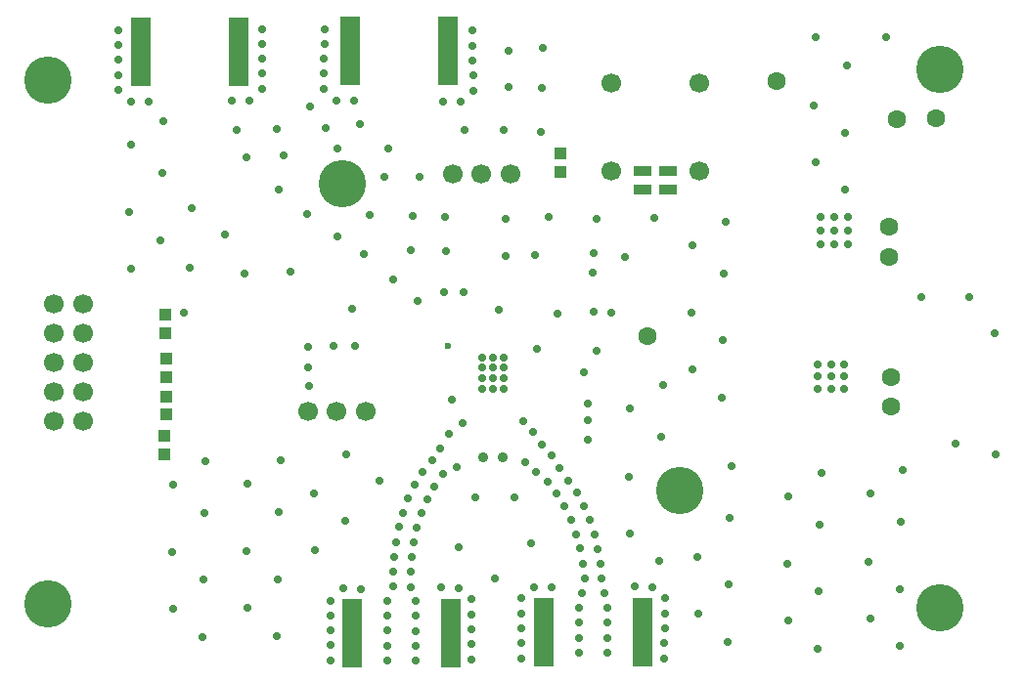
<source format=gbs>
G04*
G04 #@! TF.GenerationSoftware,Altium Limited,Altium Designer,21.1.1 (26)*
G04*
G04 Layer_Color=16711935*
%FSLAX43Y43*%
%MOMM*%
G71*
G04*
G04 #@! TF.SameCoordinates,7D77D7A2-79D2-47A9-8A17-8AFE765D4546*
G04*
G04*
G04 #@! TF.FilePolarity,Negative*
G04*
G01*
G75*
%ADD34R,1.802X5.942*%
%ADD39R,1.120X1.040*%
%ADD50C,4.100*%
%ADD51C,1.600*%
%ADD52C,1.700*%
%ADD53C,0.700*%
%ADD54C,0.900*%
%ADD55C,0.600*%
%ADD72R,1.500X0.900*%
G54D34*
X56753Y3525D02*
D03*
X48244D02*
D03*
X31406Y53943D02*
D03*
X39915D02*
D03*
X21803Y53825D02*
D03*
X13294D02*
D03*
X40153Y3450D02*
D03*
X31644D02*
D03*
G54D39*
X15420Y31070D02*
D03*
Y29490D02*
D03*
X15510Y27220D02*
D03*
Y25640D02*
D03*
X15490Y24000D02*
D03*
Y22420D02*
D03*
X15350Y20570D02*
D03*
Y18990D02*
D03*
X49610Y45020D02*
D03*
Y43440D02*
D03*
G54D50*
X30780Y42380D02*
D03*
X60010Y15870D02*
D03*
X82473Y5675D02*
D03*
X5298Y6000D02*
D03*
X82473Y52300D02*
D03*
X5298Y51375D02*
D03*
G54D51*
X78260Y23140D02*
D03*
X68350Y51290D02*
D03*
X57150Y29180D02*
D03*
X82140Y48100D02*
D03*
X78770Y48010D02*
D03*
X78100Y36100D02*
D03*
Y38650D02*
D03*
X78260Y25690D02*
D03*
G54D52*
X61675Y43510D02*
D03*
X54050D02*
D03*
Y51135D02*
D03*
X61675D02*
D03*
X27773Y22650D02*
D03*
X30273D02*
D03*
X32773D02*
D03*
X45323Y43250D02*
D03*
X42823D02*
D03*
X40323D02*
D03*
X8323Y21850D02*
D03*
X5823D02*
D03*
Y24390D02*
D03*
X8323D02*
D03*
Y26930D02*
D03*
X5823D02*
D03*
Y29470D02*
D03*
X8323D02*
D03*
Y32010D02*
D03*
X5783D02*
D03*
G54D53*
X57820Y39480D02*
D03*
X52800Y39360D02*
D03*
X48600Y39570D02*
D03*
X48140Y54150D02*
D03*
X48080Y50730D02*
D03*
X44710Y47080D02*
D03*
X39710Y36590D02*
D03*
X36670Y36640D02*
D03*
X34400Y43050D02*
D03*
X30320Y37840D02*
D03*
X27700Y39780D02*
D03*
X25260Y41910D02*
D03*
X30340Y45480D02*
D03*
X25660Y44900D02*
D03*
X32610Y36310D02*
D03*
X36880Y39660D02*
D03*
X33180Y39670D02*
D03*
X31580Y31540D02*
D03*
X26320Y34760D02*
D03*
X22320Y34600D02*
D03*
X20620Y37990D02*
D03*
X17540Y35140D02*
D03*
X17700Y40260D02*
D03*
X46583Y18303D02*
D03*
X47517Y17399D02*
D03*
X48539Y16595D02*
D03*
X49309Y15548D02*
D03*
X49991Y14441D02*
D03*
X50569Y13276D02*
D03*
X51013Y12055D02*
D03*
X51356Y10801D02*
D03*
X51594Y9523D02*
D03*
X51726Y8229D02*
D03*
X51539Y6943D02*
D03*
X51258Y5673D02*
D03*
Y4373D02*
D03*
Y3073D02*
D03*
Y1773D02*
D03*
X53738Y1760D02*
D03*
Y3060D02*
D03*
Y4360D02*
D03*
Y5660D02*
D03*
X53473Y6932D02*
D03*
X53245Y8212D02*
D03*
X53126Y9507D02*
D03*
X52910Y10788D02*
D03*
X52598Y12051D02*
D03*
X52189Y13285D02*
D03*
X51691Y14485D02*
D03*
X51059Y15621D02*
D03*
X50349Y16710D02*
D03*
X49560Y17744D02*
D03*
X48927Y18879D02*
D03*
X48003Y19793D02*
D03*
X39240Y19514D02*
D03*
X38520Y18431D02*
D03*
X37725Y17403D02*
D03*
X37038Y16299D02*
D03*
X36482Y15124D02*
D03*
X36028Y13906D02*
D03*
X35665Y12658D02*
D03*
X35394Y11386D02*
D03*
X35216Y10098D02*
D03*
X35135Y8801D02*
D03*
Y7501D02*
D03*
X34659Y6291D02*
D03*
Y4991D02*
D03*
Y3691D02*
D03*
Y2391D02*
D03*
Y1091D02*
D03*
X37138Y1079D02*
D03*
Y2379D02*
D03*
Y3679D02*
D03*
Y4979D02*
D03*
Y6279D02*
D03*
X36662Y7488D02*
D03*
Y8788D02*
D03*
X36740Y10086D02*
D03*
X36932Y11372D02*
D03*
X37224Y12638D02*
D03*
X37617Y13878D02*
D03*
X38107Y15082D02*
D03*
X38760Y16206D02*
D03*
X39522Y17259D02*
D03*
X40653Y17900D02*
D03*
X47260Y20910D02*
D03*
X39970Y20710D02*
D03*
X87310Y18980D02*
D03*
X83890Y19920D02*
D03*
X87260Y29470D02*
D03*
X80870Y32570D02*
D03*
X85080D02*
D03*
X40820Y10940D02*
D03*
X45680Y15240D02*
D03*
X47110Y11300D02*
D03*
X43940Y8230D02*
D03*
X41170Y21650D02*
D03*
X46410Y21860D02*
D03*
X44880Y39360D02*
D03*
X47430Y36240D02*
D03*
X45200Y53960D02*
D03*
X45180Y50820D02*
D03*
X41330Y47080D02*
D03*
X55220Y36060D02*
D03*
X33980Y16670D02*
D03*
X31110Y18980D02*
D03*
X28290Y15570D02*
D03*
X31000Y13180D02*
D03*
X28410Y10670D02*
D03*
X77850Y55080D02*
D03*
X71740D02*
D03*
X74440Y52620D02*
D03*
X71620Y49210D02*
D03*
X74330Y46820D02*
D03*
X71740Y44310D02*
D03*
X74280Y41870D02*
D03*
X21630Y47110D02*
D03*
X29330Y47250D02*
D03*
X27960Y49140D02*
D03*
X25120Y47180D02*
D03*
X22436Y44740D02*
D03*
X34730Y45480D02*
D03*
X37430Y43020D02*
D03*
X39670Y39540D02*
D03*
X35190Y34110D02*
D03*
X37270Y32270D02*
D03*
X61120Y37090D02*
D03*
X63950Y39130D02*
D03*
X63820Y34630D02*
D03*
X61000Y31220D02*
D03*
X63710Y28830D02*
D03*
X61120Y26320D02*
D03*
X63660Y23880D02*
D03*
X55690Y22910D02*
D03*
X58520Y24950D02*
D03*
X58390Y20450D02*
D03*
X55570Y17040D02*
D03*
X55690Y12140D02*
D03*
X58230Y9700D02*
D03*
X76450Y15550D02*
D03*
X79280Y17590D02*
D03*
X79150Y13090D02*
D03*
X76330Y9680D02*
D03*
X79040Y7290D02*
D03*
X76450Y4780D02*
D03*
X78990Y2340D02*
D03*
X69390Y15330D02*
D03*
X72220Y17370D02*
D03*
X72090Y12870D02*
D03*
X69270Y9460D02*
D03*
X71980Y7070D02*
D03*
X69390Y4560D02*
D03*
X71930Y2120D02*
D03*
X64440Y17980D02*
D03*
X64310Y13480D02*
D03*
X61490Y10070D02*
D03*
X64200Y7680D02*
D03*
X61610Y5170D02*
D03*
X64150Y2730D02*
D03*
X22580Y5650D02*
D03*
X25170Y8160D02*
D03*
X25410Y18460D02*
D03*
X22460Y10550D02*
D03*
X22580Y16420D02*
D03*
X25280Y13960D02*
D03*
X25120Y3210D02*
D03*
X12470Y45800D02*
D03*
X15300Y47840D02*
D03*
X15170Y43340D02*
D03*
X12350Y39930D02*
D03*
X15060Y37540D02*
D03*
X12470Y35030D02*
D03*
X18660Y3150D02*
D03*
X16120Y5590D02*
D03*
X18710Y8100D02*
D03*
X16000Y10490D02*
D03*
X18820Y13900D02*
D03*
X18950Y18400D02*
D03*
X16120Y16360D02*
D03*
X14000Y49510D02*
D03*
X12480Y49520D02*
D03*
X11360Y50520D02*
D03*
Y51850D02*
D03*
X11390Y53130D02*
D03*
X11400Y54400D02*
D03*
Y55700D02*
D03*
X21230Y49620D02*
D03*
X22750Y49630D02*
D03*
X23870Y50630D02*
D03*
Y51960D02*
D03*
X23840Y53240D02*
D03*
X23830Y54510D02*
D03*
Y55810D02*
D03*
X39460Y49490D02*
D03*
X40980Y49500D02*
D03*
X42100Y50500D02*
D03*
Y51830D02*
D03*
X42070Y53110D02*
D03*
X42060Y54380D02*
D03*
Y55680D02*
D03*
X31810Y49640D02*
D03*
X30290Y49650D02*
D03*
X29170Y50650D02*
D03*
Y51980D02*
D03*
X29200Y53260D02*
D03*
X29210Y54530D02*
D03*
Y55830D02*
D03*
X56060Y7500D02*
D03*
X57580Y7490D02*
D03*
X58700Y6490D02*
D03*
Y5160D02*
D03*
X58670Y3880D02*
D03*
X58660Y2610D02*
D03*
Y1310D02*
D03*
X48880Y7490D02*
D03*
X47360Y7480D02*
D03*
X46240Y6480D02*
D03*
Y5150D02*
D03*
X46270Y3870D02*
D03*
X46280Y2600D02*
D03*
Y1300D02*
D03*
X32370Y7310D02*
D03*
X30850Y7340D02*
D03*
X29730Y6300D02*
D03*
Y4970D02*
D03*
X29760Y3690D02*
D03*
X29770Y2420D02*
D03*
Y1120D02*
D03*
X41940Y1220D02*
D03*
Y2520D02*
D03*
X41950Y3790D02*
D03*
X41980Y5070D02*
D03*
Y6400D02*
D03*
X40860Y7400D02*
D03*
X39340Y7410D02*
D03*
X17030Y31210D02*
D03*
X31840Y28380D02*
D03*
X29970D02*
D03*
X47950Y46940D02*
D03*
X32290Y47580D02*
D03*
X39600Y32980D02*
D03*
X41250Y33020D02*
D03*
X42260Y15210D02*
D03*
X52520Y31300D02*
D03*
X52440Y34680D02*
D03*
X52570Y36430D02*
D03*
X44910Y36180D02*
D03*
X71950Y24620D02*
D03*
X73080D02*
D03*
X74240D02*
D03*
X71950Y25720D02*
D03*
X73080D02*
D03*
X74240D02*
D03*
Y26720D02*
D03*
X73080D02*
D03*
X71950D02*
D03*
X74570Y37160D02*
D03*
X73360D02*
D03*
X72140D02*
D03*
X74570Y38350D02*
D03*
X73360D02*
D03*
X72140D02*
D03*
X74570Y39520D02*
D03*
X73360D02*
D03*
X72140D02*
D03*
X27780Y28270D02*
D03*
X27840Y26540D02*
D03*
X47580Y28100D02*
D03*
X52050Y20240D02*
D03*
X52040Y23390D02*
D03*
X51720Y26090D02*
D03*
X52010Y21890D02*
D03*
X54080Y31273D02*
D03*
X44718Y26481D02*
D03*
Y27381D02*
D03*
Y25556D02*
D03*
Y24606D02*
D03*
X43793Y26481D02*
D03*
Y27381D02*
D03*
Y25556D02*
D03*
Y24606D02*
D03*
X42843Y26481D02*
D03*
Y27381D02*
D03*
Y25556D02*
D03*
Y24606D02*
D03*
X27873Y24900D02*
D03*
X44290Y31500D02*
D03*
X40248Y23725D02*
D03*
X52770Y27960D02*
D03*
X49410Y31180D02*
D03*
G54D54*
X44650Y18750D02*
D03*
X42960D02*
D03*
G54D55*
X39898Y28350D02*
D03*
G54D72*
X58990Y43530D02*
D03*
X56790D02*
D03*
Y41930D02*
D03*
X58990D02*
D03*
M02*

</source>
